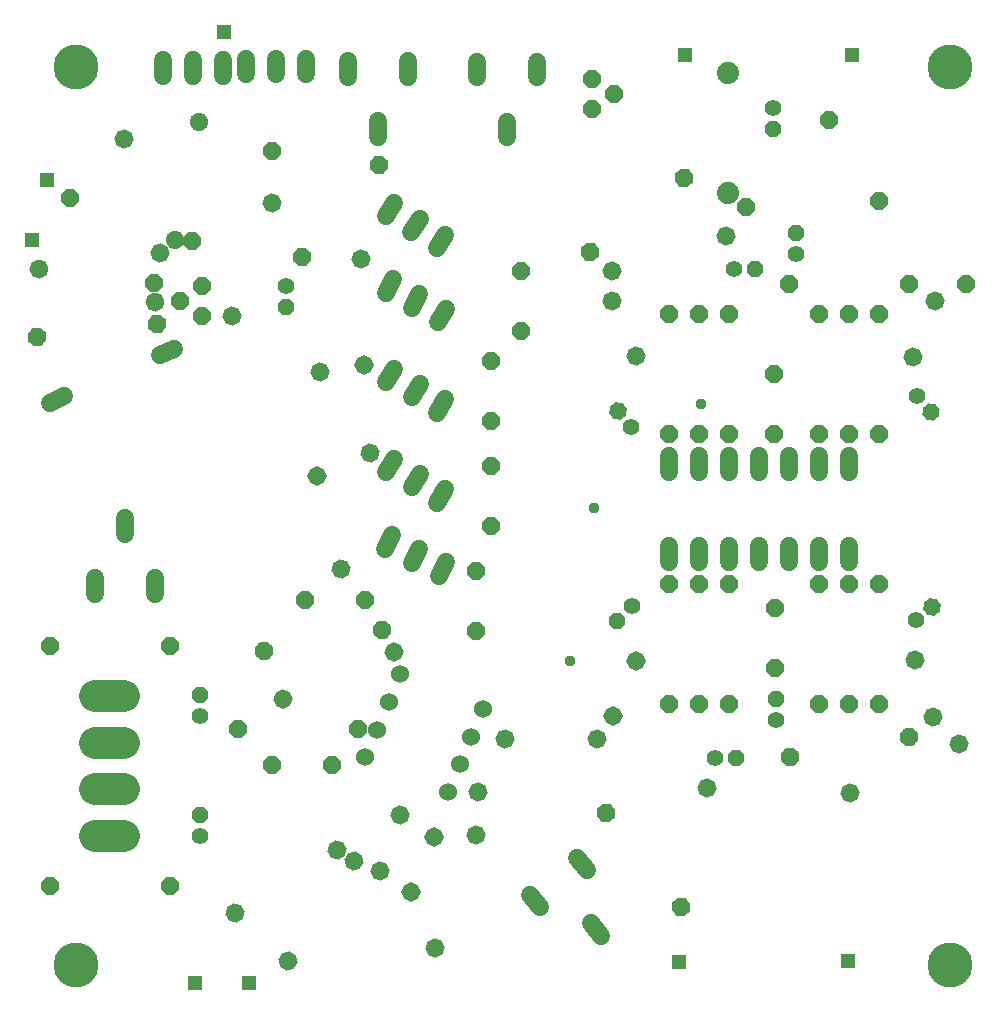
<source format=gbr>
G04 EAGLE Gerber RS-274X export*
G75*
%MOMM*%
%FSLAX34Y34*%
%LPD*%
%INSoldermask Top*%
%IPPOS*%
%AMOC8*
5,1,8,0,0,1.08239X$1,22.5*%
G01*
%ADD10P,1.539592X8X334.200000*%
%ADD11C,1.422400*%
%ADD12P,1.539592X8X151.200000*%
%ADD13P,1.539592X8X292.500000*%
%ADD14P,1.539592X8X61.200000*%
%ADD15P,1.539592X8X112.500000*%
%ADD16P,1.539592X8X247.500000*%
%ADD17C,1.879600*%
%ADD18C,1.524000*%
%ADD19C,1.524000*%
%ADD20C,2.717800*%
%ADD21P,1.649562X8X22.500000*%
%ADD22P,1.649562X8X292.500000*%
%ADD23P,1.649562X8X281.200000*%
%ADD24P,1.649562X8X89.900000*%
%ADD25P,1.649562X8X92.900000*%
%ADD26P,1.649562X8X72.700000*%
%ADD27P,1.649562X8X259.300000*%
%ADD28P,1.649562X8X234.400000*%
%ADD29P,1.649562X8X32.300000*%
%ADD30P,1.649562X8X225.700000*%
%ADD31P,1.649562X8X272.600000*%
%ADD32P,1.649562X8X69.100000*%
%ADD33P,1.649562X8X159.100000*%
%ADD34P,1.649562X8X112.500000*%
%ADD35P,1.649562X8X60.600000*%
%ADD36P,1.649562X8X309.600000*%
%ADD37P,1.649562X8X219.500000*%
%ADD38P,1.649562X8X331.300000*%
%ADD39P,1.649562X8X178.800000*%
%ADD40P,1.649562X8X226.700000*%
%ADD41P,1.649562X8X337.500000*%
%ADD42P,1.649562X8X32.200000*%
%ADD43P,1.649562X8X250.700000*%
%ADD44P,1.649562X8X366.600000*%
%ADD45P,1.649562X8X28.800000*%
%ADD46P,1.649562X8X272.900000*%
%ADD47P,1.649562X8X98.200000*%
%ADD48P,1.649562X8X316.600000*%
%ADD49P,1.649562X8X129.400000*%
%ADD50P,1.539592X8X22.500000*%
%ADD51P,1.649562X8X270.300000*%
%ADD52P,1.649562X8X272.500000*%
%ADD53P,1.649562X8X85.400000*%
%ADD54P,1.649562X8X271.600000*%
%ADD55R,1.311200X1.311200*%
%ADD56C,3.803200*%
%ADD57C,0.959600*%


D10*
X784164Y648204D03*
D11*
X772337Y661479D03*
D12*
X518692Y649080D03*
D11*
X529809Y635204D03*
D13*
X650051Y887735D03*
D11*
X650051Y905515D03*
D14*
X785188Y482600D03*
D11*
X771312Y471483D03*
D13*
X237651Y737013D03*
D11*
X237651Y754793D03*
D15*
X164802Y407817D03*
D11*
X164802Y390037D03*
D15*
X164802Y306217D03*
D11*
X164802Y288437D03*
D16*
X517964Y470756D03*
D11*
X530537Y483328D03*
D17*
X611951Y934725D03*
X611951Y833125D03*
D18*
X143461Y701033D02*
X131321Y695830D01*
X50077Y661009D02*
X37937Y655806D01*
X714750Y610646D02*
X714750Y597438D01*
X689350Y597438D02*
X689350Y610646D01*
X562350Y610646D02*
X562350Y597438D01*
X562350Y534446D02*
X562350Y521238D01*
X663950Y597438D02*
X663950Y610646D01*
X638550Y610646D02*
X638550Y597438D01*
X587750Y597438D02*
X587750Y610646D01*
X613150Y610646D02*
X613150Y597438D01*
X587750Y534446D02*
X587750Y521238D01*
X613150Y521238D02*
X613150Y534446D01*
X638550Y534446D02*
X638550Y521238D01*
X663950Y521238D02*
X663950Y534446D01*
X689350Y534446D02*
X689350Y521238D01*
X714750Y521238D02*
X714750Y534446D01*
D19*
X334654Y425777D03*
X324811Y402362D03*
X395057Y372833D03*
X404900Y396248D03*
X314968Y378946D03*
X305125Y355531D03*
X385214Y349418D03*
X375371Y326002D03*
D20*
X101175Y328315D02*
X76029Y328315D01*
X76029Y367939D02*
X101175Y367939D01*
X101175Y407563D02*
X76029Y407563D01*
X76029Y288691D02*
X101175Y288691D01*
D21*
X37802Y246527D03*
X139402Y246527D03*
X37802Y449727D03*
X139402Y449727D03*
D22*
X497088Y904013D03*
X516138Y916713D03*
X497088Y929413D03*
D23*
X164153Y893335D03*
X144245Y793704D03*
D24*
X264678Y593501D03*
X303722Y687299D03*
D25*
X267159Y681443D03*
X301241Y777157D03*
D26*
X251682Y779171D03*
X316718Y857229D03*
D27*
X295245Y267723D03*
X239612Y182708D03*
D28*
X280939Y277270D03*
X194684Y223581D03*
D21*
X197773Y379103D03*
X299373Y379103D03*
D29*
X219551Y445823D03*
X319669Y463117D03*
D30*
X329060Y444807D03*
X235676Y404782D03*
D31*
X399082Y289500D03*
X364499Y193966D03*
D32*
X627847Y821615D03*
X697655Y895435D03*
D33*
X813847Y756496D03*
X740027Y826304D03*
D22*
X689350Y731042D03*
X689350Y629442D03*
D34*
X714750Y629442D03*
X714750Y731042D03*
X740150Y629442D03*
X740150Y731042D03*
D21*
X663950Y756442D03*
X765550Y756442D03*
D35*
X495085Y783356D03*
X575038Y846047D03*
D22*
X613150Y731042D03*
X613150Y629442D03*
D34*
X587750Y629442D03*
X587750Y731042D03*
X562350Y629442D03*
X562350Y731042D03*
D36*
X101162Y879374D03*
X131036Y782265D03*
D37*
X610931Y796694D03*
X513770Y766989D03*
D38*
X508807Y308319D03*
X572470Y229138D03*
D34*
X613150Y400842D03*
X613150Y502442D03*
D22*
X587750Y502442D03*
X587750Y400842D03*
X562350Y502442D03*
X562350Y400842D03*
D39*
X594293Y329844D03*
X501262Y370682D03*
D40*
X807978Y366635D03*
X715306Y324987D03*
D34*
X689350Y400842D03*
X689350Y502442D03*
D22*
X714750Y502442D03*
X714750Y400842D03*
X740150Y502442D03*
X740150Y400842D03*
D41*
X54778Y828641D03*
X126620Y756798D03*
D42*
X664951Y355693D03*
X765098Y372811D03*
D18*
X134101Y932620D02*
X134101Y945828D01*
X184901Y945828D02*
X184901Y932620D01*
X159501Y932620D02*
X159501Y945828D01*
X255197Y947003D02*
X255197Y933795D01*
X204397Y933795D02*
X204397Y947003D01*
X229797Y947003D02*
X229797Y933795D01*
X290557Y931595D02*
X290557Y944803D01*
X315957Y894003D02*
X315957Y880795D01*
X341357Y931595D02*
X341357Y944803D01*
X126702Y507131D02*
X126702Y493923D01*
X101302Y544723D02*
X101302Y557931D01*
X75902Y507131D02*
X75902Y493923D01*
D43*
X226159Y868690D03*
X158439Y792949D03*
D44*
X29143Y768537D03*
X126856Y740702D03*
D45*
X27506Y710945D03*
X128492Y722094D03*
D46*
X226323Y824754D03*
X192241Y729041D03*
D47*
X284352Y514974D03*
X309448Y613426D03*
D18*
X344200Y799900D02*
X351200Y811101D01*
X372740Y797641D02*
X365741Y786440D01*
X322660Y813359D02*
X329659Y824560D01*
X350912Y747770D02*
X344488Y736230D01*
X366682Y723877D02*
X373106Y735417D01*
X328718Y760123D02*
X322294Y748583D01*
X351091Y671467D02*
X344309Y660133D01*
X366103Y647089D02*
X372886Y658423D01*
X329297Y684511D02*
X322514Y673177D01*
X351091Y595267D02*
X344309Y583933D01*
X366103Y570889D02*
X372886Y582223D01*
X329297Y608311D02*
X322514Y596977D01*
X350647Y532010D02*
X344753Y520190D01*
X367485Y508856D02*
X373378Y520677D01*
X327915Y543344D02*
X322022Y531523D01*
D34*
X166899Y754620D03*
X147849Y741920D03*
X166899Y729220D03*
D48*
X513879Y741528D03*
X534622Y695156D03*
D24*
X514489Y390092D03*
X534012Y436991D03*
D49*
X785634Y389239D03*
X770867Y437845D03*
D15*
X652550Y404846D03*
D11*
X652550Y387066D03*
D50*
X619213Y355041D03*
D11*
X601433Y355041D03*
D50*
X634740Y769142D03*
D11*
X616960Y769142D03*
D51*
X362977Y288146D03*
X343783Y241111D03*
D52*
X334724Y306681D03*
X317349Y258944D03*
D34*
X436600Y716600D03*
X436600Y767400D03*
X411200Y640400D03*
X411200Y691200D03*
X411200Y551500D03*
X411200Y602300D03*
X398500Y462600D03*
X398500Y513400D03*
D21*
X254016Y488684D03*
X304816Y488684D03*
D53*
X400522Y326087D03*
X423664Y371310D03*
D21*
X226438Y349105D03*
X277238Y349105D03*
D34*
X651887Y430698D03*
X651887Y481498D03*
X651250Y629442D03*
X651250Y680242D03*
D54*
X787312Y742071D03*
X769189Y694613D03*
D18*
X399473Y931168D02*
X399473Y944376D01*
X424873Y893576D02*
X424873Y880368D01*
X450273Y931168D02*
X450273Y944376D01*
X444700Y239077D02*
X452886Y228712D01*
X496118Y214953D02*
X504304Y204588D01*
X492753Y260197D02*
X484567Y270562D01*
D15*
X670124Y799081D03*
D11*
X670124Y781301D03*
D55*
X185194Y969436D03*
X22579Y793122D03*
X35818Y844016D03*
X160812Y164474D03*
X206543Y164303D03*
X714107Y182827D03*
X571016Y182068D03*
X575728Y950068D03*
X717493Y950255D03*
D56*
X60000Y940000D03*
X60000Y180000D03*
X800000Y180000D03*
X800000Y940000D03*
D57*
X498847Y566292D03*
X589224Y654983D03*
X478059Y436959D03*
M02*

</source>
